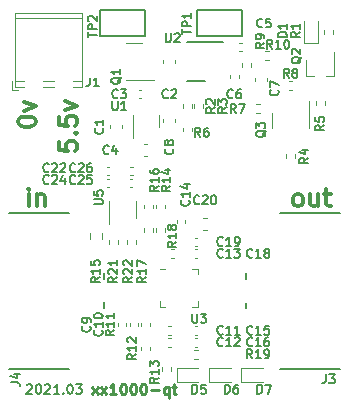
<source format=gto>
%TF.GenerationSoftware,KiCad,Pcbnew,5.99.0-unknown-b691c18bfc~117~ubuntu20.10.1*%
%TF.CreationDate,2021-03-21T19:03:18-07:00*%
%TF.ProjectId,xx1000-qt,78783130-3030-42d7-9174-2e6b69636164,rev?*%
%TF.SameCoordinates,Original*%
%TF.FileFunction,Legend,Top*%
%TF.FilePolarity,Positive*%
%FSLAX46Y46*%
G04 Gerber Fmt 4.6, Leading zero omitted, Abs format (unit mm)*
G04 Created by KiCad (PCBNEW 5.99.0-unknown-b691c18bfc~117~ubuntu20.10.1) date 2021-03-21 19:03:18*
%MOMM*%
%LPD*%
G01*
G04 APERTURE LIST*
%ADD10C,0.300000*%
%ADD11C,0.225000*%
%ADD12C,0.150000*%
%ADD13C,0.120000*%
G04 APERTURE END LIST*
D10*
X101071428Y-61978571D02*
X101071428Y-60978571D01*
X101071428Y-60478571D02*
X101000000Y-60550000D01*
X101071428Y-60621428D01*
X101142857Y-60550000D01*
X101071428Y-60478571D01*
X101071428Y-60621428D01*
X101785714Y-60978571D02*
X101785714Y-61978571D01*
X101785714Y-61121428D02*
X101857142Y-61050000D01*
X102000000Y-60978571D01*
X102214285Y-60978571D01*
X102357142Y-61050000D01*
X102428571Y-61192857D01*
X102428571Y-61978571D01*
X123785714Y-61978571D02*
X123642857Y-61907142D01*
X123571428Y-61835714D01*
X123500000Y-61692857D01*
X123500000Y-61264285D01*
X123571428Y-61121428D01*
X123642857Y-61050000D01*
X123785714Y-60978571D01*
X124000000Y-60978571D01*
X124142857Y-61050000D01*
X124214285Y-61121428D01*
X124285714Y-61264285D01*
X124285714Y-61692857D01*
X124214285Y-61835714D01*
X124142857Y-61907142D01*
X124000000Y-61978571D01*
X123785714Y-61978571D01*
X125571428Y-60978571D02*
X125571428Y-61978571D01*
X124928571Y-60978571D02*
X124928571Y-61764285D01*
X125000000Y-61907142D01*
X125142857Y-61978571D01*
X125357142Y-61978571D01*
X125500000Y-61907142D01*
X125571428Y-61835714D01*
X126071428Y-60978571D02*
X126642857Y-60978571D01*
X126285714Y-60478571D02*
X126285714Y-61764285D01*
X126357142Y-61907142D01*
X126500000Y-61978571D01*
X126642857Y-61978571D01*
X100178571Y-54882857D02*
X100178571Y-54740000D01*
X100250000Y-54597142D01*
X100321428Y-54525714D01*
X100464285Y-54454285D01*
X100750000Y-54382857D01*
X101107142Y-54382857D01*
X101392857Y-54454285D01*
X101535714Y-54525714D01*
X101607142Y-54597142D01*
X101678571Y-54740000D01*
X101678571Y-54882857D01*
X101607142Y-55025714D01*
X101535714Y-55097142D01*
X101392857Y-55168571D01*
X101107142Y-55240000D01*
X100750000Y-55240000D01*
X100464285Y-55168571D01*
X100321428Y-55097142D01*
X100250000Y-55025714D01*
X100178571Y-54882857D01*
X100678571Y-53882857D02*
X101678571Y-53525714D01*
X100678571Y-53168571D01*
D11*
X106464285Y-77907142D02*
X106935714Y-77307142D01*
X106464285Y-77307142D02*
X106935714Y-77907142D01*
X107192857Y-77907142D02*
X107664285Y-77307142D01*
X107192857Y-77307142D02*
X107664285Y-77907142D01*
X108478571Y-77907142D02*
X107964285Y-77907142D01*
X108221428Y-77907142D02*
X108221428Y-77007142D01*
X108135714Y-77135714D01*
X108050000Y-77221428D01*
X107964285Y-77264285D01*
X109035714Y-77007142D02*
X109121428Y-77007142D01*
X109207142Y-77050000D01*
X109250000Y-77092857D01*
X109292857Y-77178571D01*
X109335714Y-77350000D01*
X109335714Y-77564285D01*
X109292857Y-77735714D01*
X109250000Y-77821428D01*
X109207142Y-77864285D01*
X109121428Y-77907142D01*
X109035714Y-77907142D01*
X108950000Y-77864285D01*
X108907142Y-77821428D01*
X108864285Y-77735714D01*
X108821428Y-77564285D01*
X108821428Y-77350000D01*
X108864285Y-77178571D01*
X108907142Y-77092857D01*
X108950000Y-77050000D01*
X109035714Y-77007142D01*
X109892857Y-77007142D02*
X109978571Y-77007142D01*
X110064285Y-77050000D01*
X110107142Y-77092857D01*
X110150000Y-77178571D01*
X110192857Y-77350000D01*
X110192857Y-77564285D01*
X110150000Y-77735714D01*
X110107142Y-77821428D01*
X110064285Y-77864285D01*
X109978571Y-77907142D01*
X109892857Y-77907142D01*
X109807142Y-77864285D01*
X109764285Y-77821428D01*
X109721428Y-77735714D01*
X109678571Y-77564285D01*
X109678571Y-77350000D01*
X109721428Y-77178571D01*
X109764285Y-77092857D01*
X109807142Y-77050000D01*
X109892857Y-77007142D01*
X110750000Y-77007142D02*
X110835714Y-77007142D01*
X110921428Y-77050000D01*
X110964285Y-77092857D01*
X111007142Y-77178571D01*
X111050000Y-77350000D01*
X111050000Y-77564285D01*
X111007142Y-77735714D01*
X110964285Y-77821428D01*
X110921428Y-77864285D01*
X110835714Y-77907142D01*
X110750000Y-77907142D01*
X110664285Y-77864285D01*
X110621428Y-77821428D01*
X110578571Y-77735714D01*
X110535714Y-77564285D01*
X110535714Y-77350000D01*
X110578571Y-77178571D01*
X110621428Y-77092857D01*
X110664285Y-77050000D01*
X110750000Y-77007142D01*
X111435714Y-77564285D02*
X112121428Y-77564285D01*
X112935714Y-77307142D02*
X112935714Y-78207142D01*
X112935714Y-77864285D02*
X112850000Y-77907142D01*
X112678571Y-77907142D01*
X112592857Y-77864285D01*
X112550000Y-77821428D01*
X112507142Y-77735714D01*
X112507142Y-77478571D01*
X112550000Y-77392857D01*
X112592857Y-77350000D01*
X112678571Y-77307142D01*
X112850000Y-77307142D01*
X112935714Y-77350000D01*
X113235714Y-77307142D02*
X113578571Y-77307142D01*
X113364285Y-77007142D02*
X113364285Y-77778571D01*
X113407142Y-77864285D01*
X113492857Y-77907142D01*
X113578571Y-77907142D01*
D10*
X103678571Y-56525714D02*
X103678571Y-57240000D01*
X104392857Y-57311428D01*
X104321428Y-57240000D01*
X104250000Y-57097142D01*
X104250000Y-56740000D01*
X104321428Y-56597142D01*
X104392857Y-56525714D01*
X104535714Y-56454285D01*
X104892857Y-56454285D01*
X105035714Y-56525714D01*
X105107142Y-56597142D01*
X105178571Y-56740000D01*
X105178571Y-57097142D01*
X105107142Y-57240000D01*
X105035714Y-57311428D01*
X105035714Y-55811428D02*
X105107142Y-55740000D01*
X105178571Y-55811428D01*
X105107142Y-55882857D01*
X105035714Y-55811428D01*
X105178571Y-55811428D01*
X103678571Y-54382857D02*
X103678571Y-55097142D01*
X104392857Y-55168571D01*
X104321428Y-55097142D01*
X104250000Y-54954285D01*
X104250000Y-54597142D01*
X104321428Y-54454285D01*
X104392857Y-54382857D01*
X104535714Y-54311428D01*
X104892857Y-54311428D01*
X105035714Y-54382857D01*
X105107142Y-54454285D01*
X105178571Y-54597142D01*
X105178571Y-54954285D01*
X105107142Y-55097142D01*
X105035714Y-55168571D01*
X104178571Y-53811428D02*
X105178571Y-53454285D01*
X104178571Y-53097142D01*
D12*
X100926190Y-77127845D02*
X100964285Y-77089750D01*
X101040476Y-77051654D01*
X101230952Y-77051654D01*
X101307142Y-77089750D01*
X101345238Y-77127845D01*
X101383333Y-77204035D01*
X101383333Y-77280226D01*
X101345238Y-77394511D01*
X100888095Y-77851654D01*
X101383333Y-77851654D01*
X101878571Y-77051654D02*
X101954761Y-77051654D01*
X102030952Y-77089750D01*
X102069047Y-77127845D01*
X102107142Y-77204035D01*
X102145238Y-77356416D01*
X102145238Y-77546892D01*
X102107142Y-77699273D01*
X102069047Y-77775464D01*
X102030952Y-77813559D01*
X101954761Y-77851654D01*
X101878571Y-77851654D01*
X101802380Y-77813559D01*
X101764285Y-77775464D01*
X101726190Y-77699273D01*
X101688095Y-77546892D01*
X101688095Y-77356416D01*
X101726190Y-77204035D01*
X101764285Y-77127845D01*
X101802380Y-77089750D01*
X101878571Y-77051654D01*
X102450000Y-77127845D02*
X102488095Y-77089750D01*
X102564285Y-77051654D01*
X102754761Y-77051654D01*
X102830952Y-77089750D01*
X102869047Y-77127845D01*
X102907142Y-77204035D01*
X102907142Y-77280226D01*
X102869047Y-77394511D01*
X102411904Y-77851654D01*
X102907142Y-77851654D01*
X103669047Y-77851654D02*
X103211904Y-77851654D01*
X103440476Y-77851654D02*
X103440476Y-77051654D01*
X103364285Y-77165940D01*
X103288095Y-77242130D01*
X103211904Y-77280226D01*
X104011904Y-77775464D02*
X104050000Y-77813559D01*
X104011904Y-77851654D01*
X103973809Y-77813559D01*
X104011904Y-77775464D01*
X104011904Y-77851654D01*
X104545238Y-77051654D02*
X104621428Y-77051654D01*
X104697619Y-77089750D01*
X104735714Y-77127845D01*
X104773809Y-77204035D01*
X104811904Y-77356416D01*
X104811904Y-77546892D01*
X104773809Y-77699273D01*
X104735714Y-77775464D01*
X104697619Y-77813559D01*
X104621428Y-77851654D01*
X104545238Y-77851654D01*
X104469047Y-77813559D01*
X104430952Y-77775464D01*
X104392857Y-77699273D01*
X104354761Y-77546892D01*
X104354761Y-77356416D01*
X104392857Y-77204035D01*
X104430952Y-77127845D01*
X104469047Y-77089750D01*
X104545238Y-77051654D01*
X105078571Y-77051654D02*
X105573809Y-77051654D01*
X105307142Y-77356416D01*
X105421428Y-77356416D01*
X105497619Y-77394511D01*
X105535714Y-77432607D01*
X105573809Y-77508797D01*
X105573809Y-77699273D01*
X105535714Y-77775464D01*
X105497619Y-77813559D01*
X105421428Y-77851654D01*
X105192857Y-77851654D01*
X105116666Y-77813559D01*
X105078571Y-77775464D01*
%TO.C,J4*%
X99574286Y-76875000D02*
X100110001Y-76875000D01*
X100217143Y-76910714D01*
X100288572Y-76982142D01*
X100324286Y-77089285D01*
X100324286Y-77160714D01*
X99824286Y-76196428D02*
X100324286Y-76196428D01*
X99538572Y-76375000D02*
X100074286Y-76553571D01*
X100074286Y-76089285D01*
%TO.C,R10*%
X121717857Y-48639285D02*
X121467857Y-48282142D01*
X121289285Y-48639285D02*
X121289285Y-47889285D01*
X121575000Y-47889285D01*
X121646428Y-47925000D01*
X121682142Y-47960714D01*
X121717857Y-48032142D01*
X121717857Y-48139285D01*
X121682142Y-48210714D01*
X121646428Y-48246428D01*
X121575000Y-48282142D01*
X121289285Y-48282142D01*
X122432142Y-48639285D02*
X122003571Y-48639285D01*
X122217857Y-48639285D02*
X122217857Y-47889285D01*
X122146428Y-47996428D01*
X122075000Y-48067857D01*
X122003571Y-48103571D01*
X122896428Y-47889285D02*
X122967857Y-47889285D01*
X123039285Y-47925000D01*
X123075000Y-47960714D01*
X123110714Y-48032142D01*
X123146428Y-48175000D01*
X123146428Y-48353571D01*
X123110714Y-48496428D01*
X123075000Y-48567857D01*
X123039285Y-48603571D01*
X122967857Y-48639285D01*
X122896428Y-48639285D01*
X122825000Y-48603571D01*
X122789285Y-48567857D01*
X122753571Y-48496428D01*
X122717857Y-48353571D01*
X122717857Y-48175000D01*
X122753571Y-48032142D01*
X122789285Y-47960714D01*
X122825000Y-47925000D01*
X122896428Y-47889285D01*
%TO.C,R7*%
X118625000Y-54079285D02*
X118375000Y-53722142D01*
X118196428Y-54079285D02*
X118196428Y-53329285D01*
X118482142Y-53329285D01*
X118553571Y-53365000D01*
X118589285Y-53400714D01*
X118625000Y-53472142D01*
X118625000Y-53579285D01*
X118589285Y-53650714D01*
X118553571Y-53686428D01*
X118482142Y-53722142D01*
X118196428Y-53722142D01*
X118875000Y-53329285D02*
X119375000Y-53329285D01*
X119053571Y-54079285D01*
%TO.C,R19*%
X120017857Y-74839285D02*
X119767857Y-74482142D01*
X119589285Y-74839285D02*
X119589285Y-74089285D01*
X119875000Y-74089285D01*
X119946428Y-74125000D01*
X119982142Y-74160714D01*
X120017857Y-74232142D01*
X120017857Y-74339285D01*
X119982142Y-74410714D01*
X119946428Y-74446428D01*
X119875000Y-74482142D01*
X119589285Y-74482142D01*
X120732142Y-74839285D02*
X120303571Y-74839285D01*
X120517857Y-74839285D02*
X120517857Y-74089285D01*
X120446428Y-74196428D01*
X120375000Y-74267857D01*
X120303571Y-74303571D01*
X121089285Y-74839285D02*
X121232142Y-74839285D01*
X121303571Y-74803571D01*
X121339285Y-74767857D01*
X121410714Y-74660714D01*
X121446428Y-74517857D01*
X121446428Y-74232142D01*
X121410714Y-74160714D01*
X121375000Y-74125000D01*
X121303571Y-74089285D01*
X121160714Y-74089285D01*
X121089285Y-74125000D01*
X121053571Y-74160714D01*
X121017857Y-74232142D01*
X121017857Y-74410714D01*
X121053571Y-74482142D01*
X121089285Y-74517857D01*
X121160714Y-74553571D01*
X121303571Y-74553571D01*
X121375000Y-74517857D01*
X121410714Y-74482142D01*
X121446428Y-74410714D01*
%TO.C,R11*%
X108339285Y-72482142D02*
X107982142Y-72732142D01*
X108339285Y-72910714D02*
X107589285Y-72910714D01*
X107589285Y-72625000D01*
X107625000Y-72553571D01*
X107660714Y-72517857D01*
X107732142Y-72482142D01*
X107839285Y-72482142D01*
X107910714Y-72517857D01*
X107946428Y-72553571D01*
X107982142Y-72625000D01*
X107982142Y-72910714D01*
X108339285Y-71767857D02*
X108339285Y-72196428D01*
X108339285Y-71982142D02*
X107589285Y-71982142D01*
X107696428Y-72053571D01*
X107767857Y-72125000D01*
X107803571Y-72196428D01*
X108339285Y-71053571D02*
X108339285Y-71482142D01*
X108339285Y-71267857D02*
X107589285Y-71267857D01*
X107696428Y-71339285D01*
X107767857Y-71410714D01*
X107803571Y-71482142D01*
%TO.C,R14*%
X113089285Y-60232142D02*
X112732142Y-60482142D01*
X113089285Y-60660714D02*
X112339285Y-60660714D01*
X112339285Y-60375000D01*
X112375000Y-60303571D01*
X112410714Y-60267857D01*
X112482142Y-60232142D01*
X112589285Y-60232142D01*
X112660714Y-60267857D01*
X112696428Y-60303571D01*
X112732142Y-60375000D01*
X112732142Y-60660714D01*
X113089285Y-59517857D02*
X113089285Y-59946428D01*
X113089285Y-59732142D02*
X112339285Y-59732142D01*
X112446428Y-59803571D01*
X112517857Y-59875000D01*
X112553571Y-59946428D01*
X112589285Y-58875000D02*
X113089285Y-58875000D01*
X112303571Y-59053571D02*
X112839285Y-59232142D01*
X112839285Y-58767857D01*
%TO.C,R3*%
X117839285Y-53615000D02*
X117482142Y-53865000D01*
X117839285Y-54043571D02*
X117089285Y-54043571D01*
X117089285Y-53757857D01*
X117125000Y-53686428D01*
X117160714Y-53650714D01*
X117232142Y-53615000D01*
X117339285Y-53615000D01*
X117410714Y-53650714D01*
X117446428Y-53686428D01*
X117482142Y-53757857D01*
X117482142Y-54043571D01*
X117089285Y-53365000D02*
X117089285Y-52900714D01*
X117375000Y-53150714D01*
X117375000Y-53043571D01*
X117410714Y-52972142D01*
X117446428Y-52936428D01*
X117517857Y-52900714D01*
X117696428Y-52900714D01*
X117767857Y-52936428D01*
X117803571Y-52972142D01*
X117839285Y-53043571D01*
X117839285Y-53257857D01*
X117803571Y-53329285D01*
X117767857Y-53365000D01*
%TO.C,C14*%
X114627857Y-61482142D02*
X114663571Y-61517857D01*
X114699285Y-61625000D01*
X114699285Y-61696428D01*
X114663571Y-61803571D01*
X114592142Y-61875000D01*
X114520714Y-61910714D01*
X114377857Y-61946428D01*
X114270714Y-61946428D01*
X114127857Y-61910714D01*
X114056428Y-61875000D01*
X113985000Y-61803571D01*
X113949285Y-61696428D01*
X113949285Y-61625000D01*
X113985000Y-61517857D01*
X114020714Y-61482142D01*
X114699285Y-60767857D02*
X114699285Y-61196428D01*
X114699285Y-60982142D02*
X113949285Y-60982142D01*
X114056428Y-61053571D01*
X114127857Y-61125000D01*
X114163571Y-61196428D01*
X114199285Y-60125000D02*
X114699285Y-60125000D01*
X113913571Y-60303571D02*
X114449285Y-60482142D01*
X114449285Y-60017857D01*
%TO.C,Q2*%
X124160714Y-49321428D02*
X124125000Y-49392857D01*
X124053571Y-49464285D01*
X123946428Y-49571428D01*
X123910714Y-49642857D01*
X123910714Y-49714285D01*
X124089285Y-49678571D02*
X124053571Y-49750000D01*
X123982142Y-49821428D01*
X123839285Y-49857142D01*
X123589285Y-49857142D01*
X123446428Y-49821428D01*
X123375000Y-49750000D01*
X123339285Y-49678571D01*
X123339285Y-49535714D01*
X123375000Y-49464285D01*
X123446428Y-49392857D01*
X123589285Y-49357142D01*
X123839285Y-49357142D01*
X123982142Y-49392857D01*
X124053571Y-49464285D01*
X124089285Y-49535714D01*
X124089285Y-49678571D01*
X123410714Y-49071428D02*
X123375000Y-49035714D01*
X123339285Y-48964285D01*
X123339285Y-48785714D01*
X123375000Y-48714285D01*
X123410714Y-48678571D01*
X123482142Y-48642857D01*
X123553571Y-48642857D01*
X123660714Y-48678571D01*
X124089285Y-49107142D01*
X124089285Y-48642857D01*
%TO.C,R16*%
X112089285Y-60232142D02*
X111732142Y-60482142D01*
X112089285Y-60660714D02*
X111339285Y-60660714D01*
X111339285Y-60375000D01*
X111375000Y-60303571D01*
X111410714Y-60267857D01*
X111482142Y-60232142D01*
X111589285Y-60232142D01*
X111660714Y-60267857D01*
X111696428Y-60303571D01*
X111732142Y-60375000D01*
X111732142Y-60660714D01*
X112089285Y-59517857D02*
X112089285Y-59946428D01*
X112089285Y-59732142D02*
X111339285Y-59732142D01*
X111446428Y-59803571D01*
X111517857Y-59875000D01*
X111553571Y-59946428D01*
X111339285Y-58875000D02*
X111339285Y-59017857D01*
X111375000Y-59089285D01*
X111410714Y-59125000D01*
X111517857Y-59196428D01*
X111660714Y-59232142D01*
X111946428Y-59232142D01*
X112017857Y-59196428D01*
X112053571Y-59160714D01*
X112089285Y-59089285D01*
X112089285Y-58946428D01*
X112053571Y-58875000D01*
X112017857Y-58839285D01*
X111946428Y-58803571D01*
X111767857Y-58803571D01*
X111696428Y-58839285D01*
X111660714Y-58875000D01*
X111625000Y-58946428D01*
X111625000Y-59089285D01*
X111660714Y-59160714D01*
X111696428Y-59196428D01*
X111767857Y-59232142D01*
%TO.C,R13*%
X112089285Y-76482142D02*
X111732142Y-76732142D01*
X112089285Y-76910714D02*
X111339285Y-76910714D01*
X111339285Y-76625000D01*
X111375000Y-76553571D01*
X111410714Y-76517857D01*
X111482142Y-76482142D01*
X111589285Y-76482142D01*
X111660714Y-76517857D01*
X111696428Y-76553571D01*
X111732142Y-76625000D01*
X111732142Y-76910714D01*
X112089285Y-75767857D02*
X112089285Y-76196428D01*
X112089285Y-75982142D02*
X111339285Y-75982142D01*
X111446428Y-76053571D01*
X111517857Y-76125000D01*
X111553571Y-76196428D01*
X111339285Y-75517857D02*
X111339285Y-75053571D01*
X111625000Y-75303571D01*
X111625000Y-75196428D01*
X111660714Y-75125000D01*
X111696428Y-75089285D01*
X111767857Y-75053571D01*
X111946428Y-75053571D01*
X112017857Y-75089285D01*
X112053571Y-75125000D01*
X112089285Y-75196428D01*
X112089285Y-75410714D01*
X112053571Y-75482142D01*
X112017857Y-75517857D01*
%TO.C,C10*%
X107267857Y-72482142D02*
X107303571Y-72517857D01*
X107339285Y-72625000D01*
X107339285Y-72696428D01*
X107303571Y-72803571D01*
X107232142Y-72875000D01*
X107160714Y-72910714D01*
X107017857Y-72946428D01*
X106910714Y-72946428D01*
X106767857Y-72910714D01*
X106696428Y-72875000D01*
X106625000Y-72803571D01*
X106589285Y-72696428D01*
X106589285Y-72625000D01*
X106625000Y-72517857D01*
X106660714Y-72482142D01*
X107339285Y-71767857D02*
X107339285Y-72196428D01*
X107339285Y-71982142D02*
X106589285Y-71982142D01*
X106696428Y-72053571D01*
X106767857Y-72125000D01*
X106803571Y-72196428D01*
X106589285Y-71303571D02*
X106589285Y-71232142D01*
X106625000Y-71160714D01*
X106660714Y-71125000D01*
X106732142Y-71089285D01*
X106875000Y-71053571D01*
X107053571Y-71053571D01*
X107196428Y-71089285D01*
X107267857Y-71125000D01*
X107303571Y-71160714D01*
X107339285Y-71232142D01*
X107339285Y-71303571D01*
X107303571Y-71375000D01*
X107267857Y-71410714D01*
X107196428Y-71446428D01*
X107053571Y-71482142D01*
X106875000Y-71482142D01*
X106732142Y-71446428D01*
X106660714Y-71410714D01*
X106625000Y-71375000D01*
X106589285Y-71303571D01*
%TO.C,C13*%
X117517857Y-66267857D02*
X117482142Y-66303571D01*
X117375000Y-66339285D01*
X117303571Y-66339285D01*
X117196428Y-66303571D01*
X117125000Y-66232142D01*
X117089285Y-66160714D01*
X117053571Y-66017857D01*
X117053571Y-65910714D01*
X117089285Y-65767857D01*
X117125000Y-65696428D01*
X117196428Y-65625000D01*
X117303571Y-65589285D01*
X117375000Y-65589285D01*
X117482142Y-65625000D01*
X117517857Y-65660714D01*
X118232142Y-66339285D02*
X117803571Y-66339285D01*
X118017857Y-66339285D02*
X118017857Y-65589285D01*
X117946428Y-65696428D01*
X117875000Y-65767857D01*
X117803571Y-65803571D01*
X118482142Y-65589285D02*
X118946428Y-65589285D01*
X118696428Y-65875000D01*
X118803571Y-65875000D01*
X118875000Y-65910714D01*
X118910714Y-65946428D01*
X118946428Y-66017857D01*
X118946428Y-66196428D01*
X118910714Y-66267857D01*
X118875000Y-66303571D01*
X118803571Y-66339285D01*
X118589285Y-66339285D01*
X118517857Y-66303571D01*
X118482142Y-66267857D01*
%TO.C,C3*%
X108625000Y-52757857D02*
X108589285Y-52793571D01*
X108482142Y-52829285D01*
X108410714Y-52829285D01*
X108303571Y-52793571D01*
X108232142Y-52722142D01*
X108196428Y-52650714D01*
X108160714Y-52507857D01*
X108160714Y-52400714D01*
X108196428Y-52257857D01*
X108232142Y-52186428D01*
X108303571Y-52115000D01*
X108410714Y-52079285D01*
X108482142Y-52079285D01*
X108589285Y-52115000D01*
X108625000Y-52150714D01*
X108875000Y-52079285D02*
X109339285Y-52079285D01*
X109089285Y-52365000D01*
X109196428Y-52365000D01*
X109267857Y-52400714D01*
X109303571Y-52436428D01*
X109339285Y-52507857D01*
X109339285Y-52686428D01*
X109303571Y-52757857D01*
X109267857Y-52793571D01*
X109196428Y-52829285D01*
X108982142Y-52829285D01*
X108910714Y-52793571D01*
X108875000Y-52757857D01*
%TO.C,C11*%
X117517857Y-72767857D02*
X117482142Y-72803571D01*
X117375000Y-72839285D01*
X117303571Y-72839285D01*
X117196428Y-72803571D01*
X117125000Y-72732142D01*
X117089285Y-72660714D01*
X117053571Y-72517857D01*
X117053571Y-72410714D01*
X117089285Y-72267857D01*
X117125000Y-72196428D01*
X117196428Y-72125000D01*
X117303571Y-72089285D01*
X117375000Y-72089285D01*
X117482142Y-72125000D01*
X117517857Y-72160714D01*
X118232142Y-72839285D02*
X117803571Y-72839285D01*
X118017857Y-72839285D02*
X118017857Y-72089285D01*
X117946428Y-72196428D01*
X117875000Y-72267857D01*
X117803571Y-72303571D01*
X118946428Y-72839285D02*
X118517857Y-72839285D01*
X118732142Y-72839285D02*
X118732142Y-72089285D01*
X118660714Y-72196428D01*
X118589285Y-72267857D01*
X118517857Y-72303571D01*
%TO.C,C25*%
X105017857Y-60017857D02*
X104982142Y-60053571D01*
X104875000Y-60089285D01*
X104803571Y-60089285D01*
X104696428Y-60053571D01*
X104625000Y-59982142D01*
X104589285Y-59910714D01*
X104553571Y-59767857D01*
X104553571Y-59660714D01*
X104589285Y-59517857D01*
X104625000Y-59446428D01*
X104696428Y-59375000D01*
X104803571Y-59339285D01*
X104875000Y-59339285D01*
X104982142Y-59375000D01*
X105017857Y-59410714D01*
X105303571Y-59410714D02*
X105339285Y-59375000D01*
X105410714Y-59339285D01*
X105589285Y-59339285D01*
X105660714Y-59375000D01*
X105696428Y-59410714D01*
X105732142Y-59482142D01*
X105732142Y-59553571D01*
X105696428Y-59660714D01*
X105267857Y-60089285D01*
X105732142Y-60089285D01*
X106410714Y-59339285D02*
X106053571Y-59339285D01*
X106017857Y-59696428D01*
X106053571Y-59660714D01*
X106125000Y-59625000D01*
X106303571Y-59625000D01*
X106375000Y-59660714D01*
X106410714Y-59696428D01*
X106446428Y-59767857D01*
X106446428Y-59946428D01*
X106410714Y-60017857D01*
X106375000Y-60053571D01*
X106303571Y-60089285D01*
X106125000Y-60089285D01*
X106053571Y-60053571D01*
X106017857Y-60017857D01*
%TO.C,C19*%
X117517857Y-65267857D02*
X117482142Y-65303571D01*
X117375000Y-65339285D01*
X117303571Y-65339285D01*
X117196428Y-65303571D01*
X117125000Y-65232142D01*
X117089285Y-65160714D01*
X117053571Y-65017857D01*
X117053571Y-64910714D01*
X117089285Y-64767857D01*
X117125000Y-64696428D01*
X117196428Y-64625000D01*
X117303571Y-64589285D01*
X117375000Y-64589285D01*
X117482142Y-64625000D01*
X117517857Y-64660714D01*
X118232142Y-65339285D02*
X117803571Y-65339285D01*
X118017857Y-65339285D02*
X118017857Y-64589285D01*
X117946428Y-64696428D01*
X117875000Y-64767857D01*
X117803571Y-64803571D01*
X118589285Y-65339285D02*
X118732142Y-65339285D01*
X118803571Y-65303571D01*
X118839285Y-65267857D01*
X118910714Y-65160714D01*
X118946428Y-65017857D01*
X118946428Y-64732142D01*
X118910714Y-64660714D01*
X118875000Y-64625000D01*
X118803571Y-64589285D01*
X118660714Y-64589285D01*
X118589285Y-64625000D01*
X118553571Y-64660714D01*
X118517857Y-64732142D01*
X118517857Y-64910714D01*
X118553571Y-64982142D01*
X118589285Y-65017857D01*
X118660714Y-65053571D01*
X118803571Y-65053571D01*
X118875000Y-65017857D01*
X118910714Y-64982142D01*
X118946428Y-64910714D01*
%TO.C,C9*%
X106267857Y-72125000D02*
X106303571Y-72160714D01*
X106339285Y-72267857D01*
X106339285Y-72339285D01*
X106303571Y-72446428D01*
X106232142Y-72517857D01*
X106160714Y-72553571D01*
X106017857Y-72589285D01*
X105910714Y-72589285D01*
X105767857Y-72553571D01*
X105696428Y-72517857D01*
X105625000Y-72446428D01*
X105589285Y-72339285D01*
X105589285Y-72267857D01*
X105625000Y-72160714D01*
X105660714Y-72125000D01*
X106339285Y-71767857D02*
X106339285Y-71625000D01*
X106303571Y-71553571D01*
X106267857Y-71517857D01*
X106160714Y-71446428D01*
X106017857Y-71410714D01*
X105732142Y-71410714D01*
X105660714Y-71446428D01*
X105625000Y-71482142D01*
X105589285Y-71553571D01*
X105589285Y-71696428D01*
X105625000Y-71767857D01*
X105660714Y-71803571D01*
X105732142Y-71839285D01*
X105910714Y-71839285D01*
X105982142Y-71803571D01*
X106017857Y-71767857D01*
X106053571Y-71696428D01*
X106053571Y-71553571D01*
X106017857Y-71482142D01*
X105982142Y-71446428D01*
X105910714Y-71410714D01*
%TO.C,C2*%
X112875000Y-52757857D02*
X112839285Y-52793571D01*
X112732142Y-52829285D01*
X112660714Y-52829285D01*
X112553571Y-52793571D01*
X112482142Y-52722142D01*
X112446428Y-52650714D01*
X112410714Y-52507857D01*
X112410714Y-52400714D01*
X112446428Y-52257857D01*
X112482142Y-52186428D01*
X112553571Y-52115000D01*
X112660714Y-52079285D01*
X112732142Y-52079285D01*
X112839285Y-52115000D01*
X112875000Y-52150714D01*
X113160714Y-52150714D02*
X113196428Y-52115000D01*
X113267857Y-52079285D01*
X113446428Y-52079285D01*
X113517857Y-52115000D01*
X113553571Y-52150714D01*
X113589285Y-52222142D01*
X113589285Y-52293571D01*
X113553571Y-52400714D01*
X113125000Y-52829285D01*
X113589285Y-52829285D01*
%TO.C,C4*%
X107875000Y-57507857D02*
X107839285Y-57543571D01*
X107732142Y-57579285D01*
X107660714Y-57579285D01*
X107553571Y-57543571D01*
X107482142Y-57472142D01*
X107446428Y-57400714D01*
X107410714Y-57257857D01*
X107410714Y-57150714D01*
X107446428Y-57007857D01*
X107482142Y-56936428D01*
X107553571Y-56865000D01*
X107660714Y-56829285D01*
X107732142Y-56829285D01*
X107839285Y-56865000D01*
X107875000Y-56900714D01*
X108517857Y-57079285D02*
X108517857Y-57579285D01*
X108339285Y-56793571D02*
X108160714Y-57329285D01*
X108625000Y-57329285D01*
%TO.C,J3*%
X126230000Y-76219285D02*
X126230000Y-76755000D01*
X126194285Y-76862142D01*
X126122857Y-76933571D01*
X126015714Y-76969285D01*
X125944285Y-76969285D01*
X126515714Y-76219285D02*
X126980000Y-76219285D01*
X126730000Y-76505000D01*
X126837142Y-76505000D01*
X126908571Y-76540714D01*
X126944285Y-76576428D01*
X126980000Y-76647857D01*
X126980000Y-76826428D01*
X126944285Y-76897857D01*
X126908571Y-76933571D01*
X126837142Y-76969285D01*
X126622857Y-76969285D01*
X126551428Y-76933571D01*
X126515714Y-76897857D01*
%TO.C,C18*%
X120017857Y-66267857D02*
X119982142Y-66303571D01*
X119875000Y-66339285D01*
X119803571Y-66339285D01*
X119696428Y-66303571D01*
X119625000Y-66232142D01*
X119589285Y-66160714D01*
X119553571Y-66017857D01*
X119553571Y-65910714D01*
X119589285Y-65767857D01*
X119625000Y-65696428D01*
X119696428Y-65625000D01*
X119803571Y-65589285D01*
X119875000Y-65589285D01*
X119982142Y-65625000D01*
X120017857Y-65660714D01*
X120732142Y-66339285D02*
X120303571Y-66339285D01*
X120517857Y-66339285D02*
X120517857Y-65589285D01*
X120446428Y-65696428D01*
X120375000Y-65767857D01*
X120303571Y-65803571D01*
X121160714Y-65910714D02*
X121089285Y-65875000D01*
X121053571Y-65839285D01*
X121017857Y-65767857D01*
X121017857Y-65732142D01*
X121053571Y-65660714D01*
X121089285Y-65625000D01*
X121160714Y-65589285D01*
X121303571Y-65589285D01*
X121375000Y-65625000D01*
X121410714Y-65660714D01*
X121446428Y-65732142D01*
X121446428Y-65767857D01*
X121410714Y-65839285D01*
X121375000Y-65875000D01*
X121303571Y-65910714D01*
X121160714Y-65910714D01*
X121089285Y-65946428D01*
X121053571Y-65982142D01*
X121017857Y-66053571D01*
X121017857Y-66196428D01*
X121053571Y-66267857D01*
X121089285Y-66303571D01*
X121160714Y-66339285D01*
X121303571Y-66339285D01*
X121375000Y-66303571D01*
X121410714Y-66267857D01*
X121446428Y-66196428D01*
X121446428Y-66053571D01*
X121410714Y-65982142D01*
X121375000Y-65946428D01*
X121303571Y-65910714D01*
%TO.C,TP2*%
X106089285Y-47686428D02*
X106089285Y-47257857D01*
X106839285Y-47472142D02*
X106089285Y-47472142D01*
X106839285Y-47007857D02*
X106089285Y-47007857D01*
X106089285Y-46722142D01*
X106125000Y-46650714D01*
X106160714Y-46615000D01*
X106232142Y-46579285D01*
X106339285Y-46579285D01*
X106410714Y-46615000D01*
X106446428Y-46650714D01*
X106482142Y-46722142D01*
X106482142Y-47007857D01*
X106160714Y-46293571D02*
X106125000Y-46257857D01*
X106089285Y-46186428D01*
X106089285Y-46007857D01*
X106125000Y-45936428D01*
X106160714Y-45900714D01*
X106232142Y-45865000D01*
X106303571Y-45865000D01*
X106410714Y-45900714D01*
X106839285Y-46329285D01*
X106839285Y-45865000D01*
%TO.C,R9*%
X121039285Y-48125000D02*
X120682142Y-48375000D01*
X121039285Y-48553571D02*
X120289285Y-48553571D01*
X120289285Y-48267857D01*
X120325000Y-48196428D01*
X120360714Y-48160714D01*
X120432142Y-48125000D01*
X120539285Y-48125000D01*
X120610714Y-48160714D01*
X120646428Y-48196428D01*
X120682142Y-48267857D01*
X120682142Y-48553571D01*
X121039285Y-47767857D02*
X121039285Y-47625000D01*
X121003571Y-47553571D01*
X120967857Y-47517857D01*
X120860714Y-47446428D01*
X120717857Y-47410714D01*
X120432142Y-47410714D01*
X120360714Y-47446428D01*
X120325000Y-47482142D01*
X120289285Y-47553571D01*
X120289285Y-47696428D01*
X120325000Y-47767857D01*
X120360714Y-47803571D01*
X120432142Y-47839285D01*
X120610714Y-47839285D01*
X120682142Y-47803571D01*
X120717857Y-47767857D01*
X120753571Y-47696428D01*
X120753571Y-47553571D01*
X120717857Y-47482142D01*
X120682142Y-47446428D01*
X120610714Y-47410714D01*
%TO.C,U3*%
X114928571Y-71089285D02*
X114928571Y-71696428D01*
X114964285Y-71767857D01*
X115000000Y-71803571D01*
X115071428Y-71839285D01*
X115214285Y-71839285D01*
X115285714Y-71803571D01*
X115321428Y-71767857D01*
X115357142Y-71696428D01*
X115357142Y-71089285D01*
X115642857Y-71089285D02*
X116107142Y-71089285D01*
X115857142Y-71375000D01*
X115964285Y-71375000D01*
X116035714Y-71410714D01*
X116071428Y-71446428D01*
X116107142Y-71517857D01*
X116107142Y-71696428D01*
X116071428Y-71767857D01*
X116035714Y-71803571D01*
X115964285Y-71839285D01*
X115750000Y-71839285D01*
X115678571Y-71803571D01*
X115642857Y-71767857D01*
%TO.C,R1*%
X124039285Y-47225000D02*
X123682142Y-47475000D01*
X124039285Y-47653571D02*
X123289285Y-47653571D01*
X123289285Y-47367857D01*
X123325000Y-47296428D01*
X123360714Y-47260714D01*
X123432142Y-47225000D01*
X123539285Y-47225000D01*
X123610714Y-47260714D01*
X123646428Y-47296428D01*
X123682142Y-47367857D01*
X123682142Y-47653571D01*
X124039285Y-46510714D02*
X124039285Y-46939285D01*
X124039285Y-46725000D02*
X123289285Y-46725000D01*
X123396428Y-46796428D01*
X123467857Y-46867857D01*
X123503571Y-46939285D01*
%TO.C,C16*%
X120017857Y-73767857D02*
X119982142Y-73803571D01*
X119875000Y-73839285D01*
X119803571Y-73839285D01*
X119696428Y-73803571D01*
X119625000Y-73732142D01*
X119589285Y-73660714D01*
X119553571Y-73517857D01*
X119553571Y-73410714D01*
X119589285Y-73267857D01*
X119625000Y-73196428D01*
X119696428Y-73125000D01*
X119803571Y-73089285D01*
X119875000Y-73089285D01*
X119982142Y-73125000D01*
X120017857Y-73160714D01*
X120732142Y-73839285D02*
X120303571Y-73839285D01*
X120517857Y-73839285D02*
X120517857Y-73089285D01*
X120446428Y-73196428D01*
X120375000Y-73267857D01*
X120303571Y-73303571D01*
X121375000Y-73089285D02*
X121232142Y-73089285D01*
X121160714Y-73125000D01*
X121125000Y-73160714D01*
X121053571Y-73267857D01*
X121017857Y-73410714D01*
X121017857Y-73696428D01*
X121053571Y-73767857D01*
X121089285Y-73803571D01*
X121160714Y-73839285D01*
X121303571Y-73839285D01*
X121375000Y-73803571D01*
X121410714Y-73767857D01*
X121446428Y-73696428D01*
X121446428Y-73517857D01*
X121410714Y-73446428D01*
X121375000Y-73410714D01*
X121303571Y-73375000D01*
X121160714Y-73375000D01*
X121089285Y-73410714D01*
X121053571Y-73446428D01*
X121017857Y-73517857D01*
%TO.C,C1*%
X107337857Y-55365000D02*
X107373571Y-55400714D01*
X107409285Y-55507857D01*
X107409285Y-55579285D01*
X107373571Y-55686428D01*
X107302142Y-55757857D01*
X107230714Y-55793571D01*
X107087857Y-55829285D01*
X106980714Y-55829285D01*
X106837857Y-55793571D01*
X106766428Y-55757857D01*
X106695000Y-55686428D01*
X106659285Y-55579285D01*
X106659285Y-55507857D01*
X106695000Y-55400714D01*
X106730714Y-55365000D01*
X107409285Y-54650714D02*
X107409285Y-55079285D01*
X107409285Y-54865000D02*
X106659285Y-54865000D01*
X106766428Y-54936428D01*
X106837857Y-55007857D01*
X106873571Y-55079285D01*
%TO.C,R15*%
X107089285Y-67982142D02*
X106732142Y-68232142D01*
X107089285Y-68410714D02*
X106339285Y-68410714D01*
X106339285Y-68125000D01*
X106375000Y-68053571D01*
X106410714Y-68017857D01*
X106482142Y-67982142D01*
X106589285Y-67982142D01*
X106660714Y-68017857D01*
X106696428Y-68053571D01*
X106732142Y-68125000D01*
X106732142Y-68410714D01*
X107089285Y-67267857D02*
X107089285Y-67696428D01*
X107089285Y-67482142D02*
X106339285Y-67482142D01*
X106446428Y-67553571D01*
X106517857Y-67625000D01*
X106553571Y-67696428D01*
X106339285Y-66589285D02*
X106339285Y-66946428D01*
X106696428Y-66982142D01*
X106660714Y-66946428D01*
X106625000Y-66875000D01*
X106625000Y-66696428D01*
X106660714Y-66625000D01*
X106696428Y-66589285D01*
X106767857Y-66553571D01*
X106946428Y-66553571D01*
X107017857Y-66589285D01*
X107053571Y-66625000D01*
X107089285Y-66696428D01*
X107089285Y-66875000D01*
X107053571Y-66946428D01*
X107017857Y-66982142D01*
%TO.C,C7*%
X122167857Y-52125000D02*
X122203571Y-52160714D01*
X122239285Y-52267857D01*
X122239285Y-52339285D01*
X122203571Y-52446428D01*
X122132142Y-52517857D01*
X122060714Y-52553571D01*
X121917857Y-52589285D01*
X121810714Y-52589285D01*
X121667857Y-52553571D01*
X121596428Y-52517857D01*
X121525000Y-52446428D01*
X121489285Y-52339285D01*
X121489285Y-52267857D01*
X121525000Y-52160714D01*
X121560714Y-52125000D01*
X121489285Y-51875000D02*
X121489285Y-51375000D01*
X122239285Y-51696428D01*
%TO.C,Q1*%
X108910714Y-51061428D02*
X108875000Y-51132857D01*
X108803571Y-51204285D01*
X108696428Y-51311428D01*
X108660714Y-51382857D01*
X108660714Y-51454285D01*
X108839285Y-51418571D02*
X108803571Y-51490000D01*
X108732142Y-51561428D01*
X108589285Y-51597142D01*
X108339285Y-51597142D01*
X108196428Y-51561428D01*
X108125000Y-51490000D01*
X108089285Y-51418571D01*
X108089285Y-51275714D01*
X108125000Y-51204285D01*
X108196428Y-51132857D01*
X108339285Y-51097142D01*
X108589285Y-51097142D01*
X108732142Y-51132857D01*
X108803571Y-51204285D01*
X108839285Y-51275714D01*
X108839285Y-51418571D01*
X108839285Y-50382857D02*
X108839285Y-50811428D01*
X108839285Y-50597142D02*
X108089285Y-50597142D01*
X108196428Y-50668571D01*
X108267857Y-50740000D01*
X108303571Y-50811428D01*
%TO.C,R21*%
X108589285Y-67982142D02*
X108232142Y-68232142D01*
X108589285Y-68410714D02*
X107839285Y-68410714D01*
X107839285Y-68125000D01*
X107875000Y-68053571D01*
X107910714Y-68017857D01*
X107982142Y-67982142D01*
X108089285Y-67982142D01*
X108160714Y-68017857D01*
X108196428Y-68053571D01*
X108232142Y-68125000D01*
X108232142Y-68410714D01*
X107910714Y-67696428D02*
X107875000Y-67660714D01*
X107839285Y-67589285D01*
X107839285Y-67410714D01*
X107875000Y-67339285D01*
X107910714Y-67303571D01*
X107982142Y-67267857D01*
X108053571Y-67267857D01*
X108160714Y-67303571D01*
X108589285Y-67732142D01*
X108589285Y-67267857D01*
X108589285Y-66553571D02*
X108589285Y-66982142D01*
X108589285Y-66767857D02*
X107839285Y-66767857D01*
X107946428Y-66839285D01*
X108017857Y-66910714D01*
X108053571Y-66982142D01*
%TO.C,C6*%
X118375000Y-52767857D02*
X118339285Y-52803571D01*
X118232142Y-52839285D01*
X118160714Y-52839285D01*
X118053571Y-52803571D01*
X117982142Y-52732142D01*
X117946428Y-52660714D01*
X117910714Y-52517857D01*
X117910714Y-52410714D01*
X117946428Y-52267857D01*
X117982142Y-52196428D01*
X118053571Y-52125000D01*
X118160714Y-52089285D01*
X118232142Y-52089285D01*
X118339285Y-52125000D01*
X118375000Y-52160714D01*
X119017857Y-52089285D02*
X118875000Y-52089285D01*
X118803571Y-52125000D01*
X118767857Y-52160714D01*
X118696428Y-52267857D01*
X118660714Y-52410714D01*
X118660714Y-52696428D01*
X118696428Y-52767857D01*
X118732142Y-52803571D01*
X118803571Y-52839285D01*
X118946428Y-52839285D01*
X119017857Y-52803571D01*
X119053571Y-52767857D01*
X119089285Y-52696428D01*
X119089285Y-52517857D01*
X119053571Y-52446428D01*
X119017857Y-52410714D01*
X118946428Y-52375000D01*
X118803571Y-52375000D01*
X118732142Y-52410714D01*
X118696428Y-52446428D01*
X118660714Y-52517857D01*
%TO.C,D5*%
X114946428Y-77839285D02*
X114946428Y-77089285D01*
X115125000Y-77089285D01*
X115232142Y-77125000D01*
X115303571Y-77196428D01*
X115339285Y-77267857D01*
X115375000Y-77410714D01*
X115375000Y-77517857D01*
X115339285Y-77660714D01*
X115303571Y-77732142D01*
X115232142Y-77803571D01*
X115125000Y-77839285D01*
X114946428Y-77839285D01*
X116053571Y-77089285D02*
X115696428Y-77089285D01*
X115660714Y-77446428D01*
X115696428Y-77410714D01*
X115767857Y-77375000D01*
X115946428Y-77375000D01*
X116017857Y-77410714D01*
X116053571Y-77446428D01*
X116089285Y-77517857D01*
X116089285Y-77696428D01*
X116053571Y-77767857D01*
X116017857Y-77803571D01*
X115946428Y-77839285D01*
X115767857Y-77839285D01*
X115696428Y-77803571D01*
X115660714Y-77767857D01*
%TO.C,R18*%
X113589285Y-64982142D02*
X113232142Y-65232142D01*
X113589285Y-65410714D02*
X112839285Y-65410714D01*
X112839285Y-65125000D01*
X112875000Y-65053571D01*
X112910714Y-65017857D01*
X112982142Y-64982142D01*
X113089285Y-64982142D01*
X113160714Y-65017857D01*
X113196428Y-65053571D01*
X113232142Y-65125000D01*
X113232142Y-65410714D01*
X113589285Y-64267857D02*
X113589285Y-64696428D01*
X113589285Y-64482142D02*
X112839285Y-64482142D01*
X112946428Y-64553571D01*
X113017857Y-64625000D01*
X113053571Y-64696428D01*
X113160714Y-63839285D02*
X113125000Y-63910714D01*
X113089285Y-63946428D01*
X113017857Y-63982142D01*
X112982142Y-63982142D01*
X112910714Y-63946428D01*
X112875000Y-63910714D01*
X112839285Y-63839285D01*
X112839285Y-63696428D01*
X112875000Y-63625000D01*
X112910714Y-63589285D01*
X112982142Y-63553571D01*
X113017857Y-63553571D01*
X113089285Y-63589285D01*
X113125000Y-63625000D01*
X113160714Y-63696428D01*
X113160714Y-63839285D01*
X113196428Y-63910714D01*
X113232142Y-63946428D01*
X113303571Y-63982142D01*
X113446428Y-63982142D01*
X113517857Y-63946428D01*
X113553571Y-63910714D01*
X113589285Y-63839285D01*
X113589285Y-63696428D01*
X113553571Y-63625000D01*
X113517857Y-63589285D01*
X113446428Y-63553571D01*
X113303571Y-63553571D01*
X113232142Y-63589285D01*
X113196428Y-63625000D01*
X113160714Y-63696428D01*
%TO.C,R8*%
X123125000Y-51089285D02*
X122875000Y-50732142D01*
X122696428Y-51089285D02*
X122696428Y-50339285D01*
X122982142Y-50339285D01*
X123053571Y-50375000D01*
X123089285Y-50410714D01*
X123125000Y-50482142D01*
X123125000Y-50589285D01*
X123089285Y-50660714D01*
X123053571Y-50696428D01*
X122982142Y-50732142D01*
X122696428Y-50732142D01*
X123553571Y-50660714D02*
X123482142Y-50625000D01*
X123446428Y-50589285D01*
X123410714Y-50517857D01*
X123410714Y-50482142D01*
X123446428Y-50410714D01*
X123482142Y-50375000D01*
X123553571Y-50339285D01*
X123696428Y-50339285D01*
X123767857Y-50375000D01*
X123803571Y-50410714D01*
X123839285Y-50482142D01*
X123839285Y-50517857D01*
X123803571Y-50589285D01*
X123767857Y-50625000D01*
X123696428Y-50660714D01*
X123553571Y-50660714D01*
X123482142Y-50696428D01*
X123446428Y-50732142D01*
X123410714Y-50803571D01*
X123410714Y-50946428D01*
X123446428Y-51017857D01*
X123482142Y-51053571D01*
X123553571Y-51089285D01*
X123696428Y-51089285D01*
X123767857Y-51053571D01*
X123803571Y-51017857D01*
X123839285Y-50946428D01*
X123839285Y-50803571D01*
X123803571Y-50732142D01*
X123767857Y-50696428D01*
X123696428Y-50660714D01*
%TO.C,C5*%
X120875000Y-46767857D02*
X120839285Y-46803571D01*
X120732142Y-46839285D01*
X120660714Y-46839285D01*
X120553571Y-46803571D01*
X120482142Y-46732142D01*
X120446428Y-46660714D01*
X120410714Y-46517857D01*
X120410714Y-46410714D01*
X120446428Y-46267857D01*
X120482142Y-46196428D01*
X120553571Y-46125000D01*
X120660714Y-46089285D01*
X120732142Y-46089285D01*
X120839285Y-46125000D01*
X120875000Y-46160714D01*
X121553571Y-46089285D02*
X121196428Y-46089285D01*
X121160714Y-46446428D01*
X121196428Y-46410714D01*
X121267857Y-46375000D01*
X121446428Y-46375000D01*
X121517857Y-46410714D01*
X121553571Y-46446428D01*
X121589285Y-46517857D01*
X121589285Y-46696428D01*
X121553571Y-46767857D01*
X121517857Y-46803571D01*
X121446428Y-46839285D01*
X121267857Y-46839285D01*
X121196428Y-46803571D01*
X121160714Y-46767857D01*
%TO.C,C24*%
X102767857Y-60017857D02*
X102732142Y-60053571D01*
X102625000Y-60089285D01*
X102553571Y-60089285D01*
X102446428Y-60053571D01*
X102375000Y-59982142D01*
X102339285Y-59910714D01*
X102303571Y-59767857D01*
X102303571Y-59660714D01*
X102339285Y-59517857D01*
X102375000Y-59446428D01*
X102446428Y-59375000D01*
X102553571Y-59339285D01*
X102625000Y-59339285D01*
X102732142Y-59375000D01*
X102767857Y-59410714D01*
X103053571Y-59410714D02*
X103089285Y-59375000D01*
X103160714Y-59339285D01*
X103339285Y-59339285D01*
X103410714Y-59375000D01*
X103446428Y-59410714D01*
X103482142Y-59482142D01*
X103482142Y-59553571D01*
X103446428Y-59660714D01*
X103017857Y-60089285D01*
X103482142Y-60089285D01*
X104125000Y-59589285D02*
X104125000Y-60089285D01*
X103946428Y-59303571D02*
X103767857Y-59839285D01*
X104232142Y-59839285D01*
%TO.C,U5*%
X106589285Y-61821428D02*
X107196428Y-61821428D01*
X107267857Y-61785714D01*
X107303571Y-61750000D01*
X107339285Y-61678571D01*
X107339285Y-61535714D01*
X107303571Y-61464285D01*
X107267857Y-61428571D01*
X107196428Y-61392857D01*
X106589285Y-61392857D01*
X106589285Y-60678571D02*
X106589285Y-61035714D01*
X106946428Y-61071428D01*
X106910714Y-61035714D01*
X106875000Y-60964285D01*
X106875000Y-60785714D01*
X106910714Y-60714285D01*
X106946428Y-60678571D01*
X107017857Y-60642857D01*
X107196428Y-60642857D01*
X107267857Y-60678571D01*
X107303571Y-60714285D01*
X107339285Y-60785714D01*
X107339285Y-60964285D01*
X107303571Y-61035714D01*
X107267857Y-61071428D01*
%TO.C,R12*%
X110169285Y-74492142D02*
X109812142Y-74742142D01*
X110169285Y-74920714D02*
X109419285Y-74920714D01*
X109419285Y-74635000D01*
X109455000Y-74563571D01*
X109490714Y-74527857D01*
X109562142Y-74492142D01*
X109669285Y-74492142D01*
X109740714Y-74527857D01*
X109776428Y-74563571D01*
X109812142Y-74635000D01*
X109812142Y-74920714D01*
X110169285Y-73777857D02*
X110169285Y-74206428D01*
X110169285Y-73992142D02*
X109419285Y-73992142D01*
X109526428Y-74063571D01*
X109597857Y-74135000D01*
X109633571Y-74206428D01*
X109490714Y-73492142D02*
X109455000Y-73456428D01*
X109419285Y-73385000D01*
X109419285Y-73206428D01*
X109455000Y-73135000D01*
X109490714Y-73099285D01*
X109562142Y-73063571D01*
X109633571Y-73063571D01*
X109740714Y-73099285D01*
X110169285Y-73527857D01*
X110169285Y-73063571D01*
%TO.C,R17*%
X111039285Y-67982142D02*
X110682142Y-68232142D01*
X111039285Y-68410714D02*
X110289285Y-68410714D01*
X110289285Y-68125000D01*
X110325000Y-68053571D01*
X110360714Y-68017857D01*
X110432142Y-67982142D01*
X110539285Y-67982142D01*
X110610714Y-68017857D01*
X110646428Y-68053571D01*
X110682142Y-68125000D01*
X110682142Y-68410714D01*
X111039285Y-67267857D02*
X111039285Y-67696428D01*
X111039285Y-67482142D02*
X110289285Y-67482142D01*
X110396428Y-67553571D01*
X110467857Y-67625000D01*
X110503571Y-67696428D01*
X110289285Y-67017857D02*
X110289285Y-66517857D01*
X111039285Y-66839285D01*
%TO.C,TP1*%
X114089285Y-47436428D02*
X114089285Y-47007857D01*
X114839285Y-47222142D02*
X114089285Y-47222142D01*
X114839285Y-46757857D02*
X114089285Y-46757857D01*
X114089285Y-46472142D01*
X114125000Y-46400714D01*
X114160714Y-46365000D01*
X114232142Y-46329285D01*
X114339285Y-46329285D01*
X114410714Y-46365000D01*
X114446428Y-46400714D01*
X114482142Y-46472142D01*
X114482142Y-46757857D01*
X114839285Y-45615000D02*
X114839285Y-46043571D01*
X114839285Y-45829285D02*
X114089285Y-45829285D01*
X114196428Y-45900714D01*
X114267857Y-45972142D01*
X114303571Y-46043571D01*
%TO.C,C26*%
X105017857Y-59017857D02*
X104982142Y-59053571D01*
X104875000Y-59089285D01*
X104803571Y-59089285D01*
X104696428Y-59053571D01*
X104625000Y-58982142D01*
X104589285Y-58910714D01*
X104553571Y-58767857D01*
X104553571Y-58660714D01*
X104589285Y-58517857D01*
X104625000Y-58446428D01*
X104696428Y-58375000D01*
X104803571Y-58339285D01*
X104875000Y-58339285D01*
X104982142Y-58375000D01*
X105017857Y-58410714D01*
X105303571Y-58410714D02*
X105339285Y-58375000D01*
X105410714Y-58339285D01*
X105589285Y-58339285D01*
X105660714Y-58375000D01*
X105696428Y-58410714D01*
X105732142Y-58482142D01*
X105732142Y-58553571D01*
X105696428Y-58660714D01*
X105267857Y-59089285D01*
X105732142Y-59089285D01*
X106375000Y-58339285D02*
X106232142Y-58339285D01*
X106160714Y-58375000D01*
X106125000Y-58410714D01*
X106053571Y-58517857D01*
X106017857Y-58660714D01*
X106017857Y-58946428D01*
X106053571Y-59017857D01*
X106089285Y-59053571D01*
X106160714Y-59089285D01*
X106303571Y-59089285D01*
X106375000Y-59053571D01*
X106410714Y-59017857D01*
X106446428Y-58946428D01*
X106446428Y-58767857D01*
X106410714Y-58696428D01*
X106375000Y-58660714D01*
X106303571Y-58625000D01*
X106160714Y-58625000D01*
X106089285Y-58660714D01*
X106053571Y-58696428D01*
X106017857Y-58767857D01*
%TO.C,R22*%
X109839285Y-67982142D02*
X109482142Y-68232142D01*
X109839285Y-68410714D02*
X109089285Y-68410714D01*
X109089285Y-68125000D01*
X109125000Y-68053571D01*
X109160714Y-68017857D01*
X109232142Y-67982142D01*
X109339285Y-67982142D01*
X109410714Y-68017857D01*
X109446428Y-68053571D01*
X109482142Y-68125000D01*
X109482142Y-68410714D01*
X109160714Y-67696428D02*
X109125000Y-67660714D01*
X109089285Y-67589285D01*
X109089285Y-67410714D01*
X109125000Y-67339285D01*
X109160714Y-67303571D01*
X109232142Y-67267857D01*
X109303571Y-67267857D01*
X109410714Y-67303571D01*
X109839285Y-67732142D01*
X109839285Y-67267857D01*
X109160714Y-66982142D02*
X109125000Y-66946428D01*
X109089285Y-66875000D01*
X109089285Y-66696428D01*
X109125000Y-66625000D01*
X109160714Y-66589285D01*
X109232142Y-66553571D01*
X109303571Y-66553571D01*
X109410714Y-66589285D01*
X109839285Y-67017857D01*
X109839285Y-66553571D01*
%TO.C,C12*%
X117517857Y-73767857D02*
X117482142Y-73803571D01*
X117375000Y-73839285D01*
X117303571Y-73839285D01*
X117196428Y-73803571D01*
X117125000Y-73732142D01*
X117089285Y-73660714D01*
X117053571Y-73517857D01*
X117053571Y-73410714D01*
X117089285Y-73267857D01*
X117125000Y-73196428D01*
X117196428Y-73125000D01*
X117303571Y-73089285D01*
X117375000Y-73089285D01*
X117482142Y-73125000D01*
X117517857Y-73160714D01*
X118232142Y-73839285D02*
X117803571Y-73839285D01*
X118017857Y-73839285D02*
X118017857Y-73089285D01*
X117946428Y-73196428D01*
X117875000Y-73267857D01*
X117803571Y-73303571D01*
X118517857Y-73160714D02*
X118553571Y-73125000D01*
X118625000Y-73089285D01*
X118803571Y-73089285D01*
X118875000Y-73125000D01*
X118910714Y-73160714D01*
X118946428Y-73232142D01*
X118946428Y-73303571D01*
X118910714Y-73410714D01*
X118482142Y-73839285D01*
X118946428Y-73839285D01*
%TO.C,C22*%
X102767857Y-59017857D02*
X102732142Y-59053571D01*
X102625000Y-59089285D01*
X102553571Y-59089285D01*
X102446428Y-59053571D01*
X102375000Y-58982142D01*
X102339285Y-58910714D01*
X102303571Y-58767857D01*
X102303571Y-58660714D01*
X102339285Y-58517857D01*
X102375000Y-58446428D01*
X102446428Y-58375000D01*
X102553571Y-58339285D01*
X102625000Y-58339285D01*
X102732142Y-58375000D01*
X102767857Y-58410714D01*
X103053571Y-58410714D02*
X103089285Y-58375000D01*
X103160714Y-58339285D01*
X103339285Y-58339285D01*
X103410714Y-58375000D01*
X103446428Y-58410714D01*
X103482142Y-58482142D01*
X103482142Y-58553571D01*
X103446428Y-58660714D01*
X103017857Y-59089285D01*
X103482142Y-59089285D01*
X103767857Y-58410714D02*
X103803571Y-58375000D01*
X103875000Y-58339285D01*
X104053571Y-58339285D01*
X104125000Y-58375000D01*
X104160714Y-58410714D01*
X104196428Y-58482142D01*
X104196428Y-58553571D01*
X104160714Y-58660714D01*
X103732142Y-59089285D01*
X104196428Y-59089285D01*
%TO.C,C20*%
X115517857Y-61737857D02*
X115482142Y-61773571D01*
X115375000Y-61809285D01*
X115303571Y-61809285D01*
X115196428Y-61773571D01*
X115125000Y-61702142D01*
X115089285Y-61630714D01*
X115053571Y-61487857D01*
X115053571Y-61380714D01*
X115089285Y-61237857D01*
X115125000Y-61166428D01*
X115196428Y-61095000D01*
X115303571Y-61059285D01*
X115375000Y-61059285D01*
X115482142Y-61095000D01*
X115517857Y-61130714D01*
X115803571Y-61130714D02*
X115839285Y-61095000D01*
X115910714Y-61059285D01*
X116089285Y-61059285D01*
X116160714Y-61095000D01*
X116196428Y-61130714D01*
X116232142Y-61202142D01*
X116232142Y-61273571D01*
X116196428Y-61380714D01*
X115767857Y-61809285D01*
X116232142Y-61809285D01*
X116696428Y-61059285D02*
X116767857Y-61059285D01*
X116839285Y-61095000D01*
X116875000Y-61130714D01*
X116910714Y-61202142D01*
X116946428Y-61345000D01*
X116946428Y-61523571D01*
X116910714Y-61666428D01*
X116875000Y-61737857D01*
X116839285Y-61773571D01*
X116767857Y-61809285D01*
X116696428Y-61809285D01*
X116625000Y-61773571D01*
X116589285Y-61737857D01*
X116553571Y-61666428D01*
X116517857Y-61523571D01*
X116517857Y-61345000D01*
X116553571Y-61202142D01*
X116589285Y-61130714D01*
X116625000Y-61095000D01*
X116696428Y-61059285D01*
%TO.C,R2*%
X116839285Y-53615000D02*
X116482142Y-53865000D01*
X116839285Y-54043571D02*
X116089285Y-54043571D01*
X116089285Y-53757857D01*
X116125000Y-53686428D01*
X116160714Y-53650714D01*
X116232142Y-53615000D01*
X116339285Y-53615000D01*
X116410714Y-53650714D01*
X116446428Y-53686428D01*
X116482142Y-53757857D01*
X116482142Y-54043571D01*
X116160714Y-53329285D02*
X116125000Y-53293571D01*
X116089285Y-53222142D01*
X116089285Y-53043571D01*
X116125000Y-52972142D01*
X116160714Y-52936428D01*
X116232142Y-52900714D01*
X116303571Y-52900714D01*
X116410714Y-52936428D01*
X116839285Y-53365000D01*
X116839285Y-52900714D01*
%TO.C,D6*%
X117696428Y-77839285D02*
X117696428Y-77089285D01*
X117875000Y-77089285D01*
X117982142Y-77125000D01*
X118053571Y-77196428D01*
X118089285Y-77267857D01*
X118125000Y-77410714D01*
X118125000Y-77517857D01*
X118089285Y-77660714D01*
X118053571Y-77732142D01*
X117982142Y-77803571D01*
X117875000Y-77839285D01*
X117696428Y-77839285D01*
X118767857Y-77089285D02*
X118625000Y-77089285D01*
X118553571Y-77125000D01*
X118517857Y-77160714D01*
X118446428Y-77267857D01*
X118410714Y-77410714D01*
X118410714Y-77696428D01*
X118446428Y-77767857D01*
X118482142Y-77803571D01*
X118553571Y-77839285D01*
X118696428Y-77839285D01*
X118767857Y-77803571D01*
X118803571Y-77767857D01*
X118839285Y-77696428D01*
X118839285Y-77517857D01*
X118803571Y-77446428D01*
X118767857Y-77410714D01*
X118696428Y-77375000D01*
X118553571Y-77375000D01*
X118482142Y-77410714D01*
X118446428Y-77446428D01*
X118410714Y-77517857D01*
%TO.C,C15*%
X120017857Y-72767857D02*
X119982142Y-72803571D01*
X119875000Y-72839285D01*
X119803571Y-72839285D01*
X119696428Y-72803571D01*
X119625000Y-72732142D01*
X119589285Y-72660714D01*
X119553571Y-72517857D01*
X119553571Y-72410714D01*
X119589285Y-72267857D01*
X119625000Y-72196428D01*
X119696428Y-72125000D01*
X119803571Y-72089285D01*
X119875000Y-72089285D01*
X119982142Y-72125000D01*
X120017857Y-72160714D01*
X120732142Y-72839285D02*
X120303571Y-72839285D01*
X120517857Y-72839285D02*
X120517857Y-72089285D01*
X120446428Y-72196428D01*
X120375000Y-72267857D01*
X120303571Y-72303571D01*
X121410714Y-72089285D02*
X121053571Y-72089285D01*
X121017857Y-72446428D01*
X121053571Y-72410714D01*
X121125000Y-72375000D01*
X121303571Y-72375000D01*
X121375000Y-72410714D01*
X121410714Y-72446428D01*
X121446428Y-72517857D01*
X121446428Y-72696428D01*
X121410714Y-72767857D01*
X121375000Y-72803571D01*
X121303571Y-72839285D01*
X121125000Y-72839285D01*
X121053571Y-72803571D01*
X121017857Y-72767857D01*
%TO.C,R6*%
X115625000Y-56089285D02*
X115375000Y-55732142D01*
X115196428Y-56089285D02*
X115196428Y-55339285D01*
X115482142Y-55339285D01*
X115553571Y-55375000D01*
X115589285Y-55410714D01*
X115625000Y-55482142D01*
X115625000Y-55589285D01*
X115589285Y-55660714D01*
X115553571Y-55696428D01*
X115482142Y-55732142D01*
X115196428Y-55732142D01*
X116267857Y-55339285D02*
X116125000Y-55339285D01*
X116053571Y-55375000D01*
X116017857Y-55410714D01*
X115946428Y-55517857D01*
X115910714Y-55660714D01*
X115910714Y-55946428D01*
X115946428Y-56017857D01*
X115982142Y-56053571D01*
X116053571Y-56089285D01*
X116196428Y-56089285D01*
X116267857Y-56053571D01*
X116303571Y-56017857D01*
X116339285Y-55946428D01*
X116339285Y-55767857D01*
X116303571Y-55696428D01*
X116267857Y-55660714D01*
X116196428Y-55625000D01*
X116053571Y-55625000D01*
X115982142Y-55660714D01*
X115946428Y-55696428D01*
X115910714Y-55767857D01*
%TO.C,D1*%
X122939285Y-47653571D02*
X122189285Y-47653571D01*
X122189285Y-47475000D01*
X122225000Y-47367857D01*
X122296428Y-47296428D01*
X122367857Y-47260714D01*
X122510714Y-47225000D01*
X122617857Y-47225000D01*
X122760714Y-47260714D01*
X122832142Y-47296428D01*
X122903571Y-47367857D01*
X122939285Y-47475000D01*
X122939285Y-47653571D01*
X122939285Y-46510714D02*
X122939285Y-46939285D01*
X122939285Y-46725000D02*
X122189285Y-46725000D01*
X122296428Y-46796428D01*
X122367857Y-46867857D01*
X122403571Y-46939285D01*
%TO.C,D7*%
X120446428Y-77839285D02*
X120446428Y-77089285D01*
X120625000Y-77089285D01*
X120732142Y-77125000D01*
X120803571Y-77196428D01*
X120839285Y-77267857D01*
X120875000Y-77410714D01*
X120875000Y-77517857D01*
X120839285Y-77660714D01*
X120803571Y-77732142D01*
X120732142Y-77803571D01*
X120625000Y-77839285D01*
X120446428Y-77839285D01*
X121125000Y-77089285D02*
X121625000Y-77089285D01*
X121303571Y-77839285D01*
%TO.C,C8*%
X113267857Y-57115000D02*
X113303571Y-57150714D01*
X113339285Y-57257857D01*
X113339285Y-57329285D01*
X113303571Y-57436428D01*
X113232142Y-57507857D01*
X113160714Y-57543571D01*
X113017857Y-57579285D01*
X112910714Y-57579285D01*
X112767857Y-57543571D01*
X112696428Y-57507857D01*
X112625000Y-57436428D01*
X112589285Y-57329285D01*
X112589285Y-57257857D01*
X112625000Y-57150714D01*
X112660714Y-57115000D01*
X112910714Y-56686428D02*
X112875000Y-56757857D01*
X112839285Y-56793571D01*
X112767857Y-56829285D01*
X112732142Y-56829285D01*
X112660714Y-56793571D01*
X112625000Y-56757857D01*
X112589285Y-56686428D01*
X112589285Y-56543571D01*
X112625000Y-56472142D01*
X112660714Y-56436428D01*
X112732142Y-56400714D01*
X112767857Y-56400714D01*
X112839285Y-56436428D01*
X112875000Y-56472142D01*
X112910714Y-56543571D01*
X112910714Y-56686428D01*
X112946428Y-56757857D01*
X112982142Y-56793571D01*
X113053571Y-56829285D01*
X113196428Y-56829285D01*
X113267857Y-56793571D01*
X113303571Y-56757857D01*
X113339285Y-56686428D01*
X113339285Y-56543571D01*
X113303571Y-56472142D01*
X113267857Y-56436428D01*
X113196428Y-56400714D01*
X113053571Y-56400714D01*
X112982142Y-56436428D01*
X112946428Y-56472142D01*
X112910714Y-56543571D01*
%TO.C,R5*%
X126089285Y-55125000D02*
X125732142Y-55375000D01*
X126089285Y-55553571D02*
X125339285Y-55553571D01*
X125339285Y-55267857D01*
X125375000Y-55196428D01*
X125410714Y-55160714D01*
X125482142Y-55125000D01*
X125589285Y-55125000D01*
X125660714Y-55160714D01*
X125696428Y-55196428D01*
X125732142Y-55267857D01*
X125732142Y-55553571D01*
X125339285Y-54446428D02*
X125339285Y-54803571D01*
X125696428Y-54839285D01*
X125660714Y-54803571D01*
X125625000Y-54732142D01*
X125625000Y-54553571D01*
X125660714Y-54482142D01*
X125696428Y-54446428D01*
X125767857Y-54410714D01*
X125946428Y-54410714D01*
X126017857Y-54446428D01*
X126053571Y-54482142D01*
X126089285Y-54553571D01*
X126089285Y-54732142D01*
X126053571Y-54803571D01*
X126017857Y-54839285D01*
%TO.C,Q3*%
X121160714Y-55571428D02*
X121125000Y-55642857D01*
X121053571Y-55714285D01*
X120946428Y-55821428D01*
X120910714Y-55892857D01*
X120910714Y-55964285D01*
X121089285Y-55928571D02*
X121053571Y-56000000D01*
X120982142Y-56071428D01*
X120839285Y-56107142D01*
X120589285Y-56107142D01*
X120446428Y-56071428D01*
X120375000Y-56000000D01*
X120339285Y-55928571D01*
X120339285Y-55785714D01*
X120375000Y-55714285D01*
X120446428Y-55642857D01*
X120589285Y-55607142D01*
X120839285Y-55607142D01*
X120982142Y-55642857D01*
X121053571Y-55714285D01*
X121089285Y-55785714D01*
X121089285Y-55928571D01*
X120339285Y-55357142D02*
X120339285Y-54892857D01*
X120625000Y-55142857D01*
X120625000Y-55035714D01*
X120660714Y-54964285D01*
X120696428Y-54928571D01*
X120767857Y-54892857D01*
X120946428Y-54892857D01*
X121017857Y-54928571D01*
X121053571Y-54964285D01*
X121089285Y-55035714D01*
X121089285Y-55250000D01*
X121053571Y-55321428D01*
X121017857Y-55357142D01*
%TO.C,J1*%
X106250000Y-51079285D02*
X106250000Y-51615000D01*
X106214285Y-51722142D01*
X106142857Y-51793571D01*
X106035714Y-51829285D01*
X105964285Y-51829285D01*
X107000000Y-51829285D02*
X106571428Y-51829285D01*
X106785714Y-51829285D02*
X106785714Y-51079285D01*
X106714285Y-51186428D01*
X106642857Y-51257857D01*
X106571428Y-51293571D01*
%TO.C,U1*%
X108178571Y-53079285D02*
X108178571Y-53686428D01*
X108214285Y-53757857D01*
X108250000Y-53793571D01*
X108321428Y-53829285D01*
X108464285Y-53829285D01*
X108535714Y-53793571D01*
X108571428Y-53757857D01*
X108607142Y-53686428D01*
X108607142Y-53079285D01*
X109357142Y-53829285D02*
X108928571Y-53829285D01*
X109142857Y-53829285D02*
X109142857Y-53079285D01*
X109071428Y-53186428D01*
X109000000Y-53257857D01*
X108928571Y-53293571D01*
%TO.C,R4*%
X124759285Y-57875000D02*
X124402142Y-58125000D01*
X124759285Y-58303571D02*
X124009285Y-58303571D01*
X124009285Y-58017857D01*
X124045000Y-57946428D01*
X124080714Y-57910714D01*
X124152142Y-57875000D01*
X124259285Y-57875000D01*
X124330714Y-57910714D01*
X124366428Y-57946428D01*
X124402142Y-58017857D01*
X124402142Y-58303571D01*
X124259285Y-57232142D02*
X124759285Y-57232142D01*
X123973571Y-57410714D02*
X124509285Y-57589285D01*
X124509285Y-57125000D01*
%TO.C,U2*%
X112678571Y-47329285D02*
X112678571Y-47936428D01*
X112714285Y-48007857D01*
X112750000Y-48043571D01*
X112821428Y-48079285D01*
X112964285Y-48079285D01*
X113035714Y-48043571D01*
X113071428Y-48007857D01*
X113107142Y-47936428D01*
X113107142Y-47329285D01*
X113428571Y-47400714D02*
X113464285Y-47365000D01*
X113535714Y-47329285D01*
X113714285Y-47329285D01*
X113785714Y-47365000D01*
X113821428Y-47400714D01*
X113857142Y-47472142D01*
X113857142Y-47543571D01*
X113821428Y-47650714D01*
X113392857Y-48079285D01*
X113857142Y-48079285D01*
%TO.C,J4*%
X107435000Y-70125000D02*
X107435000Y-70625000D01*
X99435000Y-75725000D02*
X104435000Y-75725000D01*
X99435000Y-62525000D02*
X104535000Y-62525000D01*
X107435000Y-68125000D02*
X107435000Y-67625000D01*
X104435000Y-75725000D02*
X104535000Y-75725000D01*
D13*
%TO.C,R10*%
X121403641Y-48870000D02*
X121096359Y-48870000D01*
X121403641Y-49630000D02*
X121096359Y-49630000D01*
%TO.C,R7*%
X120346359Y-54120000D02*
X120653641Y-54120000D01*
X120346359Y-53360000D02*
X120653641Y-53360000D01*
%TO.C,R19*%
X115403641Y-74120000D02*
X115096359Y-74120000D01*
X115403641Y-74880000D02*
X115096359Y-74880000D01*
%TO.C,R11*%
X111380000Y-72153641D02*
X111380000Y-71846359D01*
X110620000Y-72153641D02*
X110620000Y-71846359D01*
%TO.C,R14*%
X111870000Y-61846359D02*
X111870000Y-62153641D01*
X112630000Y-61846359D02*
X112630000Y-62153641D01*
%TO.C,R3*%
X115120000Y-53336359D02*
X115120000Y-53643641D01*
X115880000Y-53336359D02*
X115880000Y-53643641D01*
%TO.C,C14*%
X114360000Y-63377836D02*
X114360000Y-63162164D01*
X113640000Y-63377836D02*
X113640000Y-63162164D01*
%TO.C,Q2*%
X124590000Y-49560000D02*
X124590000Y-50970000D01*
X126910000Y-50970000D02*
X126910000Y-48940000D01*
X126910000Y-50970000D02*
X126250000Y-50970000D01*
X125250000Y-50970000D02*
X124590000Y-50970000D01*
%TO.C,R16*%
X111630000Y-62153641D02*
X111630000Y-61846359D01*
X110870000Y-62153641D02*
X110870000Y-61846359D01*
%TO.C,R13*%
X113130000Y-75903641D02*
X113130000Y-75596359D01*
X112370000Y-75903641D02*
X112370000Y-75596359D01*
%TO.C,C10*%
X110360000Y-72087836D02*
X110360000Y-71872164D01*
X109640000Y-72087836D02*
X109640000Y-71872164D01*
%TO.C,C13*%
X113357836Y-65640000D02*
X113142164Y-65640000D01*
X113357836Y-66360000D02*
X113142164Y-66360000D01*
%TO.C,C3*%
X110392164Y-52850000D02*
X110607836Y-52850000D01*
X110392164Y-52130000D02*
X110607836Y-52130000D01*
%TO.C,C11*%
X112892164Y-72860000D02*
X113107836Y-72860000D01*
X112892164Y-72140000D02*
X113107836Y-72140000D01*
%TO.C,C25*%
X109652164Y-60360000D02*
X109867836Y-60360000D01*
X109652164Y-59640000D02*
X109867836Y-59640000D01*
%TO.C,C19*%
X115142164Y-65360000D02*
X115357836Y-65360000D01*
X115142164Y-64640000D02*
X115357836Y-64640000D01*
%TO.C,C9*%
X109360000Y-72107836D02*
X109360000Y-71892164D01*
X108640000Y-72107836D02*
X108640000Y-71892164D01*
%TO.C,C2*%
X112490000Y-49599420D02*
X112490000Y-49880580D01*
X113510000Y-49599420D02*
X113510000Y-49880580D01*
%TO.C,C4*%
X111140580Y-56730000D02*
X110859420Y-56730000D01*
X111140580Y-57750000D02*
X110859420Y-57750000D01*
D12*
%TO.C,J3*%
X119480000Y-68130000D02*
X119480000Y-67630000D01*
X127480000Y-62530000D02*
X122480000Y-62530000D01*
X127480000Y-75730000D02*
X122380000Y-75730000D01*
X119480000Y-70130000D02*
X119480000Y-70630000D01*
X122480000Y-62530000D02*
X122380000Y-62530000D01*
D13*
%TO.C,C18*%
X115142164Y-66360000D02*
X115357836Y-66360000D01*
X115142164Y-65640000D02*
X115357836Y-65640000D01*
D12*
%TO.C,TP2*%
X107100000Y-47590000D02*
X107100000Y-45390000D01*
X110900000Y-47590000D02*
X107100000Y-47590000D01*
X110900000Y-45390000D02*
X110900000Y-47590000D01*
X107100000Y-45390000D02*
X110900000Y-45390000D01*
D13*
%TO.C,R9*%
X119120000Y-49846359D02*
X119120000Y-50153641D01*
X119880000Y-49846359D02*
X119880000Y-50153641D01*
%TO.C,U3*%
X112665000Y-67260000D02*
X112190000Y-67260000D01*
X115410000Y-70480000D02*
X115410000Y-70005000D01*
X114935000Y-70480000D02*
X115410000Y-70480000D01*
X112190000Y-70480000D02*
X112190000Y-70005000D01*
X112665000Y-70480000D02*
X112190000Y-70480000D01*
X115410000Y-67260000D02*
X115410000Y-67735000D01*
X114935000Y-67260000D02*
X115410000Y-67260000D01*
%TO.C,R1*%
X126880000Y-47393641D02*
X126880000Y-47086359D01*
X126120000Y-47393641D02*
X126120000Y-47086359D01*
%TO.C,C16*%
X115142164Y-73860000D02*
X115357836Y-73860000D01*
X115142164Y-73140000D02*
X115357836Y-73140000D01*
%TO.C,C1*%
X109010000Y-55380580D02*
X109010000Y-55099420D01*
X107990000Y-55380580D02*
X107990000Y-55099420D01*
%TO.C,R15*%
X106257500Y-64262742D02*
X106257500Y-64737258D01*
X107302500Y-64262742D02*
X107302500Y-64737258D01*
%TO.C,C7*%
X120240000Y-51109420D02*
X120240000Y-51390580D01*
X121260000Y-51109420D02*
X121260000Y-51390580D01*
%TO.C,Q1*%
X110000000Y-51300000D02*
X111675000Y-51300000D01*
X110000000Y-51300000D02*
X109350000Y-51300000D01*
X110000000Y-48180000D02*
X110650000Y-48180000D01*
X110000000Y-48180000D02*
X109350000Y-48180000D01*
%TO.C,R21*%
X108660000Y-65143641D02*
X108660000Y-64836359D01*
X107900000Y-65143641D02*
X107900000Y-64836359D01*
%TO.C,C6*%
X118140000Y-50892164D02*
X118140000Y-51107836D01*
X118860000Y-50892164D02*
X118860000Y-51107836D01*
%TO.C,D5*%
X115450000Y-76850000D02*
X113600000Y-76850000D01*
X115450000Y-75650000D02*
X113600000Y-75650000D01*
X113600000Y-75650000D02*
X113600000Y-76850000D01*
%TO.C,R18*%
X111870000Y-63846359D02*
X111870000Y-64153641D01*
X112630000Y-63846359D02*
X112630000Y-64153641D01*
%TO.C,R8*%
X123403641Y-51360000D02*
X123096359Y-51360000D01*
X123403641Y-52120000D02*
X123096359Y-52120000D01*
%TO.C,C5*%
X118912164Y-48860000D02*
X119127836Y-48860000D01*
X118912164Y-48140000D02*
X119127836Y-48140000D01*
%TO.C,C24*%
X107887836Y-59640000D02*
X107672164Y-59640000D01*
X107887836Y-60360000D02*
X107672164Y-60360000D01*
%TO.C,U5*%
X110190000Y-62950000D02*
X110190000Y-61550000D01*
X107870000Y-61550000D02*
X107870000Y-63450000D01*
%TO.C,R12*%
X111380000Y-74163641D02*
X111380000Y-73856359D01*
X110620000Y-74163641D02*
X110620000Y-73856359D01*
%TO.C,R17*%
X111630000Y-64153641D02*
X111630000Y-63846359D01*
X110870000Y-64153641D02*
X110870000Y-63846359D01*
D12*
%TO.C,TP1*%
X119150000Y-45390000D02*
X119150000Y-47590000D01*
X115350000Y-45390000D02*
X119150000Y-45390000D01*
X115350000Y-47590000D02*
X115350000Y-45390000D01*
X119150000Y-47590000D02*
X115350000Y-47590000D01*
D13*
%TO.C,C26*%
X109672164Y-59360000D02*
X109887836Y-59360000D01*
X109672164Y-58640000D02*
X109887836Y-58640000D01*
%TO.C,R22*%
X110160000Y-65153641D02*
X110160000Y-64846359D01*
X109400000Y-65153641D02*
X109400000Y-64846359D01*
%TO.C,C12*%
X112892164Y-73860000D02*
X113107836Y-73860000D01*
X112892164Y-73140000D02*
X113107836Y-73140000D01*
%TO.C,C22*%
X107887836Y-58640000D02*
X107672164Y-58640000D01*
X107887836Y-59360000D02*
X107672164Y-59360000D01*
%TO.C,C20*%
X115859420Y-64030000D02*
X116140580Y-64030000D01*
X115859420Y-63010000D02*
X116140580Y-63010000D01*
%TO.C,R2*%
X114880000Y-53643641D02*
X114880000Y-53336359D01*
X114120000Y-53643641D02*
X114120000Y-53336359D01*
%TO.C,D6*%
X118200000Y-76850000D02*
X116350000Y-76850000D01*
X118200000Y-75650000D02*
X116350000Y-75650000D01*
X116350000Y-75650000D02*
X116350000Y-76850000D01*
%TO.C,C15*%
X115142164Y-72860000D02*
X115357836Y-72860000D01*
X115142164Y-72140000D02*
X115357836Y-72140000D01*
%TO.C,R6*%
X114120000Y-55336359D02*
X114120000Y-55643641D01*
X114880000Y-55336359D02*
X114880000Y-55643641D01*
%TO.C,D1*%
X125600000Y-46290000D02*
X125600000Y-48140000D01*
X124400000Y-46290000D02*
X124400000Y-48140000D01*
X124400000Y-48140000D02*
X125600000Y-48140000D01*
%TO.C,D7*%
X120950000Y-76850000D02*
X119100000Y-76850000D01*
X120950000Y-75650000D02*
X119100000Y-75650000D01*
X119100000Y-75650000D02*
X119100000Y-76850000D01*
%TO.C,C8*%
X113510000Y-54880580D02*
X113510000Y-54599420D01*
X112490000Y-54880580D02*
X112490000Y-54599420D01*
%TO.C,R5*%
X125370000Y-53076359D02*
X125370000Y-53383641D01*
X126130000Y-53076359D02*
X126130000Y-53383641D01*
%TO.C,Q3*%
X124810000Y-54740000D02*
X124810000Y-53065000D01*
X124810000Y-54740000D02*
X124810000Y-55390000D01*
X121690000Y-54740000D02*
X121690000Y-54090000D01*
X121690000Y-54740000D02*
X121690000Y-55390000D01*
%TO.C,J1*%
X99700000Y-52140000D02*
X100200000Y-52140000D01*
X99700000Y-51400000D02*
X99700000Y-52140000D01*
X105600000Y-45580000D02*
X105600000Y-51900000D01*
X99940000Y-45580000D02*
X99940000Y-51900000D01*
X104830000Y-51900000D02*
X105600000Y-51900000D01*
X102290000Y-51900000D02*
X103250000Y-51900000D01*
X99940000Y-51900000D02*
X100710000Y-51900000D01*
X99940000Y-45580000D02*
X105600000Y-45580000D01*
X99940000Y-46040000D02*
X105600000Y-46040000D01*
X104830000Y-51340000D02*
X105600000Y-51340000D01*
X102290000Y-51340000D02*
X103250000Y-51340000D01*
X99940000Y-51340000D02*
X100710000Y-51340000D01*
%TO.C,U1*%
X109880000Y-56240000D02*
X109880000Y-54240000D01*
X112120000Y-54240000D02*
X112120000Y-55240000D01*
%TO.C,R4*%
X122870000Y-57596359D02*
X122870000Y-57903641D01*
X123630000Y-57596359D02*
X123630000Y-57903641D01*
D12*
%TO.C,U2*%
X116000000Y-51365000D02*
X114500000Y-51365000D01*
X117500000Y-48115000D02*
X114500000Y-48115000D01*
%TD*%
M02*

</source>
